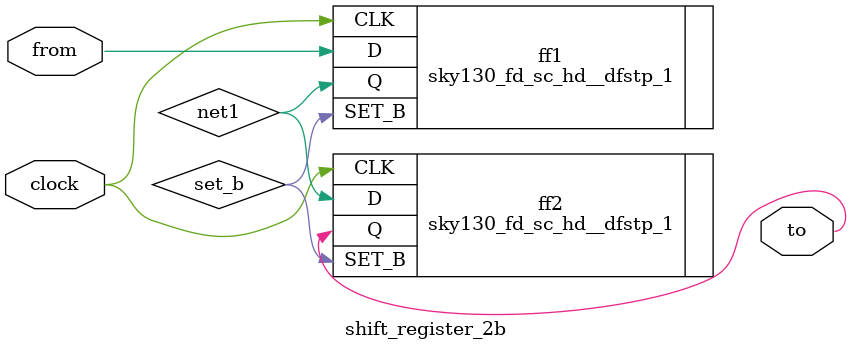
<source format=v>
module sub_modules(port1, clock, output1, set_b);
  input port1;
  input clock;
  input set_b;
  output output1;

 shift_register_2b my_shift_register(port1, output1, clock);

endmodule

module shift_register_2b(from, to, clock);
  input from;
  output to;
  input clock;
  wire net1;

  sky130_fd_sc_hd__dfstp_1 ff1(
    .Q(net1),
    .D(from),
    .CLK(clock),
    .SET_B(set_b)
  );

  sky130_fd_sc_hd__dfstp_1 ff2(
    .Q(to),
    .D(net1),
    .CLK(clock),
    .SET_B(set_b)
  );
endmodule

</source>
